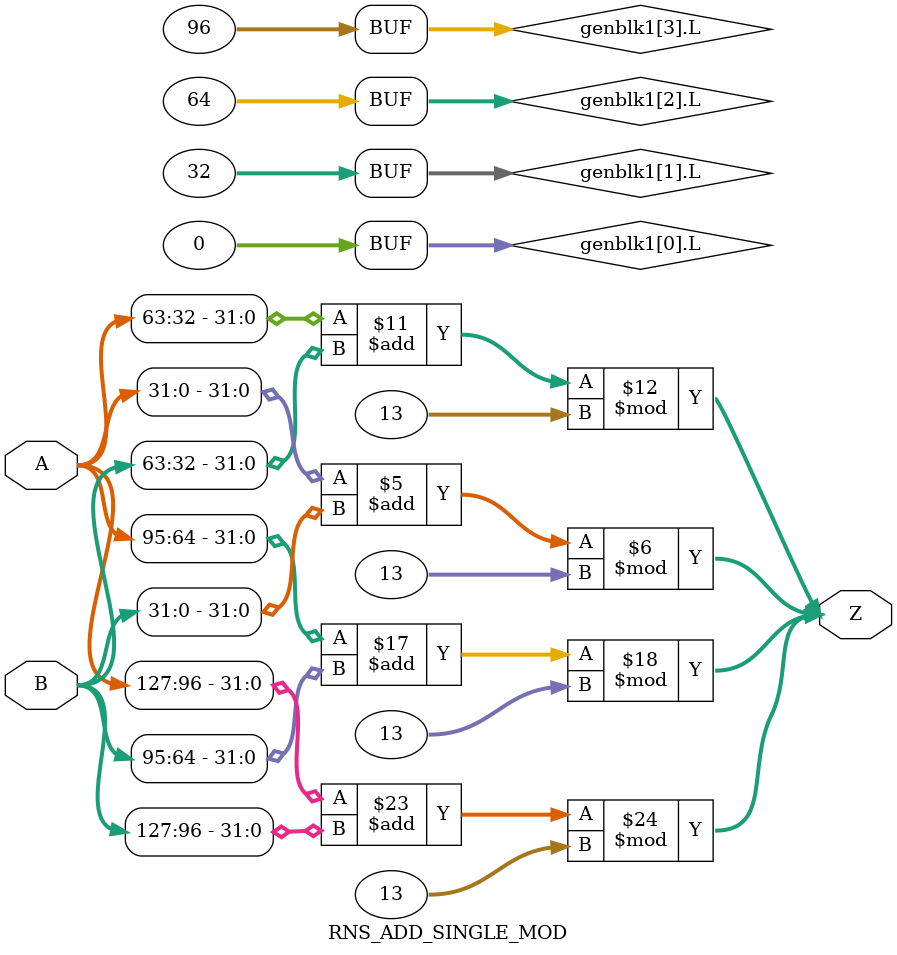
<source format=v>
`timescale 1ns / 1ps


module RNS_ADD_SINGLE_MOD#(
    parameter integer CH_BW        = 32,                           //RNS channel bitwidth
    parameter integer N_CHANNELS   = 4,                            //Number of RNS channels
    parameter RNS_BW = CH_BW * N_CHANNELS,                 //total RNS buswidth
    parameter MOD = 32'd13                                 //To reduce each channel by
    )
    (
    input  wire  [RNS_BW-1:0] A,
    input  wire  [RNS_BW-1:0] B,
    output wire  [RNS_BW-1:0] Z
    );
    
   // assign Z = A + B;
    
    genvar index;
    generate
        for (index = 0; index < N_CHANNELS; index = index + 1) begin
            integer L = CH_BW*index;
            assign Z  = (A[L+:CH_BW] + B[L+:CH_BW]) % MOD;
        end
    endgenerate
    
endmodule

</source>
